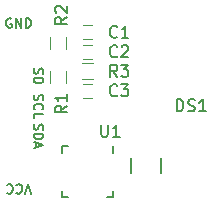
<source format=gto>
G04 #@! TF.FileFunction,Legend,Top*
%FSLAX46Y46*%
G04 Gerber Fmt 4.6, Leading zero omitted, Abs format (unit mm)*
G04 Created by KiCad (PCBNEW 4.0.7) date 08/19/18 18:09:51*
%MOMM*%
%LPD*%
G01*
G04 APERTURE LIST*
%ADD10C,0.100000*%
%ADD11C,0.150000*%
%ADD12C,0.120000*%
G04 APERTURE END LIST*
D10*
D11*
X150926667Y-114103095D02*
X150660000Y-113303095D01*
X150393333Y-114103095D01*
X149669524Y-113379286D02*
X149707619Y-113341190D01*
X149821905Y-113303095D01*
X149898095Y-113303095D01*
X150012381Y-113341190D01*
X150088572Y-113417381D01*
X150126667Y-113493571D01*
X150164762Y-113645952D01*
X150164762Y-113760238D01*
X150126667Y-113912619D01*
X150088572Y-113988810D01*
X150012381Y-114065000D01*
X149898095Y-114103095D01*
X149821905Y-114103095D01*
X149707619Y-114065000D01*
X149669524Y-114026905D01*
X148869524Y-113379286D02*
X148907619Y-113341190D01*
X149021905Y-113303095D01*
X149098095Y-113303095D01*
X149212381Y-113341190D01*
X149288572Y-113417381D01*
X149326667Y-113493571D01*
X149364762Y-113645952D01*
X149364762Y-113760238D01*
X149326667Y-113912619D01*
X149288572Y-113988810D01*
X149212381Y-114065000D01*
X149098095Y-114103095D01*
X149021905Y-114103095D01*
X148907619Y-114065000D01*
X148869524Y-114026905D01*
X151187190Y-108248572D02*
X151149095Y-108362858D01*
X151149095Y-108553334D01*
X151187190Y-108629524D01*
X151225286Y-108667620D01*
X151301476Y-108705715D01*
X151377667Y-108705715D01*
X151453857Y-108667620D01*
X151491952Y-108629524D01*
X151530048Y-108553334D01*
X151568143Y-108400953D01*
X151606238Y-108324762D01*
X151644333Y-108286667D01*
X151720524Y-108248572D01*
X151796714Y-108248572D01*
X151872905Y-108286667D01*
X151911000Y-108324762D01*
X151949095Y-108400953D01*
X151949095Y-108591429D01*
X151911000Y-108705715D01*
X151149095Y-109048572D02*
X151949095Y-109048572D01*
X151949095Y-109239048D01*
X151911000Y-109353334D01*
X151834810Y-109429525D01*
X151758619Y-109467620D01*
X151606238Y-109505715D01*
X151491952Y-109505715D01*
X151339571Y-109467620D01*
X151263381Y-109429525D01*
X151187190Y-109353334D01*
X151149095Y-109239048D01*
X151149095Y-109048572D01*
X151377667Y-109810477D02*
X151377667Y-110191429D01*
X151149095Y-109734286D02*
X151949095Y-110000953D01*
X151149095Y-110267620D01*
X149250477Y-99295000D02*
X149174286Y-99256905D01*
X149060001Y-99256905D01*
X148945715Y-99295000D01*
X148869524Y-99371190D01*
X148831429Y-99447381D01*
X148793334Y-99599762D01*
X148793334Y-99714048D01*
X148831429Y-99866429D01*
X148869524Y-99942619D01*
X148945715Y-100018810D01*
X149060001Y-100056905D01*
X149136191Y-100056905D01*
X149250477Y-100018810D01*
X149288572Y-99980714D01*
X149288572Y-99714048D01*
X149136191Y-99714048D01*
X149631429Y-100056905D02*
X149631429Y-99256905D01*
X150088572Y-100056905D01*
X150088572Y-99256905D01*
X150469524Y-100056905D02*
X150469524Y-99256905D01*
X150660000Y-99256905D01*
X150774286Y-99295000D01*
X150850477Y-99371190D01*
X150888572Y-99447381D01*
X150926667Y-99599762D01*
X150926667Y-99714048D01*
X150888572Y-99866429D01*
X150850477Y-99942619D01*
X150774286Y-100018810D01*
X150660000Y-100056905D01*
X150469524Y-100056905D01*
X151187190Y-103511429D02*
X151149095Y-103625715D01*
X151149095Y-103816191D01*
X151187190Y-103892381D01*
X151225286Y-103930477D01*
X151301476Y-103968572D01*
X151377667Y-103968572D01*
X151453857Y-103930477D01*
X151491952Y-103892381D01*
X151530048Y-103816191D01*
X151568143Y-103663810D01*
X151606238Y-103587619D01*
X151644333Y-103549524D01*
X151720524Y-103511429D01*
X151796714Y-103511429D01*
X151872905Y-103549524D01*
X151911000Y-103587619D01*
X151949095Y-103663810D01*
X151949095Y-103854286D01*
X151911000Y-103968572D01*
X151149095Y-104311429D02*
X151949095Y-104311429D01*
X151949095Y-104501905D01*
X151911000Y-104616191D01*
X151834810Y-104692382D01*
X151758619Y-104730477D01*
X151606238Y-104768572D01*
X151491952Y-104768572D01*
X151339571Y-104730477D01*
X151263381Y-104692382D01*
X151187190Y-104616191D01*
X151149095Y-104501905D01*
X151149095Y-104311429D01*
X151187190Y-105727619D02*
X151149095Y-105841905D01*
X151149095Y-106032381D01*
X151187190Y-106108571D01*
X151225286Y-106146667D01*
X151301476Y-106184762D01*
X151377667Y-106184762D01*
X151453857Y-106146667D01*
X151491952Y-106108571D01*
X151530048Y-106032381D01*
X151568143Y-105880000D01*
X151606238Y-105803809D01*
X151644333Y-105765714D01*
X151720524Y-105727619D01*
X151796714Y-105727619D01*
X151872905Y-105765714D01*
X151911000Y-105803809D01*
X151949095Y-105880000D01*
X151949095Y-106070476D01*
X151911000Y-106184762D01*
X151225286Y-106984762D02*
X151187190Y-106946667D01*
X151149095Y-106832381D01*
X151149095Y-106756191D01*
X151187190Y-106641905D01*
X151263381Y-106565714D01*
X151339571Y-106527619D01*
X151491952Y-106489524D01*
X151606238Y-106489524D01*
X151758619Y-106527619D01*
X151834810Y-106565714D01*
X151911000Y-106641905D01*
X151949095Y-106756191D01*
X151949095Y-106832381D01*
X151911000Y-106946667D01*
X151872905Y-106984762D01*
X151149095Y-107708572D02*
X151149095Y-107327619D01*
X151949095Y-107327619D01*
D12*
X156052000Y-101057000D02*
X155352000Y-101057000D01*
X155352000Y-99857000D02*
X156052000Y-99857000D01*
X156052000Y-102708000D02*
X155352000Y-102708000D01*
X155352000Y-101508000D02*
X156052000Y-101508000D01*
X156052000Y-106010000D02*
X155352000Y-106010000D01*
X155352000Y-104810000D02*
X156052000Y-104810000D01*
X152482000Y-104767000D02*
X152482000Y-103767000D01*
X153842000Y-103767000D02*
X153842000Y-104767000D01*
X152482000Y-101846000D02*
X152482000Y-100846000D01*
X153842000Y-100846000D02*
X153842000Y-101846000D01*
X156202000Y-104439000D02*
X155202000Y-104439000D01*
X155202000Y-103079000D02*
X156202000Y-103079000D01*
D11*
X157852000Y-114418000D02*
X157327000Y-114418000D01*
X153552000Y-110118000D02*
X154077000Y-110118000D01*
X153552000Y-114418000D02*
X154077000Y-114418000D01*
X157852000Y-110118000D02*
X157852000Y-110643000D01*
X153552000Y-110118000D02*
X153552000Y-110643000D01*
X153552000Y-114418000D02*
X153552000Y-113893000D01*
X157852000Y-114418000D02*
X157852000Y-113893000D01*
X161925000Y-111125000D02*
X161925000Y-112395000D01*
X159385000Y-111125000D02*
X159385000Y-112395000D01*
X158202334Y-100814143D02*
X158154715Y-100861762D01*
X158011858Y-100909381D01*
X157916620Y-100909381D01*
X157773762Y-100861762D01*
X157678524Y-100766524D01*
X157630905Y-100671286D01*
X157583286Y-100480810D01*
X157583286Y-100337952D01*
X157630905Y-100147476D01*
X157678524Y-100052238D01*
X157773762Y-99957000D01*
X157916620Y-99909381D01*
X158011858Y-99909381D01*
X158154715Y-99957000D01*
X158202334Y-100004619D01*
X159154715Y-100909381D02*
X158583286Y-100909381D01*
X158869000Y-100909381D02*
X158869000Y-99909381D01*
X158773762Y-100052238D01*
X158678524Y-100147476D01*
X158583286Y-100195095D01*
X158202334Y-102465143D02*
X158154715Y-102512762D01*
X158011858Y-102560381D01*
X157916620Y-102560381D01*
X157773762Y-102512762D01*
X157678524Y-102417524D01*
X157630905Y-102322286D01*
X157583286Y-102131810D01*
X157583286Y-101988952D01*
X157630905Y-101798476D01*
X157678524Y-101703238D01*
X157773762Y-101608000D01*
X157916620Y-101560381D01*
X158011858Y-101560381D01*
X158154715Y-101608000D01*
X158202334Y-101655619D01*
X158583286Y-101655619D02*
X158630905Y-101608000D01*
X158726143Y-101560381D01*
X158964239Y-101560381D01*
X159059477Y-101608000D01*
X159107096Y-101655619D01*
X159154715Y-101750857D01*
X159154715Y-101846095D01*
X159107096Y-101988952D01*
X158535667Y-102560381D01*
X159154715Y-102560381D01*
X158202334Y-105767143D02*
X158154715Y-105814762D01*
X158011858Y-105862381D01*
X157916620Y-105862381D01*
X157773762Y-105814762D01*
X157678524Y-105719524D01*
X157630905Y-105624286D01*
X157583286Y-105433810D01*
X157583286Y-105290952D01*
X157630905Y-105100476D01*
X157678524Y-105005238D01*
X157773762Y-104910000D01*
X157916620Y-104862381D01*
X158011858Y-104862381D01*
X158154715Y-104910000D01*
X158202334Y-104957619D01*
X158535667Y-104862381D02*
X159154715Y-104862381D01*
X158821381Y-105243333D01*
X158964239Y-105243333D01*
X159059477Y-105290952D01*
X159107096Y-105338571D01*
X159154715Y-105433810D01*
X159154715Y-105671905D01*
X159107096Y-105767143D01*
X159059477Y-105814762D01*
X158964239Y-105862381D01*
X158678524Y-105862381D01*
X158583286Y-105814762D01*
X158535667Y-105767143D01*
X153952381Y-106666666D02*
X153476190Y-107000000D01*
X153952381Y-107238095D02*
X152952381Y-107238095D01*
X152952381Y-106857142D01*
X153000000Y-106761904D01*
X153047619Y-106714285D01*
X153142857Y-106666666D01*
X153285714Y-106666666D01*
X153380952Y-106714285D01*
X153428571Y-106761904D01*
X153476190Y-106857142D01*
X153476190Y-107238095D01*
X153952381Y-105714285D02*
X153952381Y-106285714D01*
X153952381Y-106000000D02*
X152952381Y-106000000D01*
X153095238Y-106095238D01*
X153190476Y-106190476D01*
X153238095Y-106285714D01*
X153952381Y-99166666D02*
X153476190Y-99500000D01*
X153952381Y-99738095D02*
X152952381Y-99738095D01*
X152952381Y-99357142D01*
X153000000Y-99261904D01*
X153047619Y-99214285D01*
X153142857Y-99166666D01*
X153285714Y-99166666D01*
X153380952Y-99214285D01*
X153428571Y-99261904D01*
X153476190Y-99357142D01*
X153476190Y-99738095D01*
X153047619Y-98785714D02*
X153000000Y-98738095D01*
X152952381Y-98642857D01*
X152952381Y-98404761D01*
X153000000Y-98309523D01*
X153047619Y-98261904D01*
X153142857Y-98214285D01*
X153238095Y-98214285D01*
X153380952Y-98261904D01*
X153952381Y-98833333D01*
X153952381Y-98214285D01*
X158202334Y-104211381D02*
X157869000Y-103735190D01*
X157630905Y-104211381D02*
X157630905Y-103211381D01*
X158011858Y-103211381D01*
X158107096Y-103259000D01*
X158154715Y-103306619D01*
X158202334Y-103401857D01*
X158202334Y-103544714D01*
X158154715Y-103639952D01*
X158107096Y-103687571D01*
X158011858Y-103735190D01*
X157630905Y-103735190D01*
X158535667Y-103211381D02*
X159154715Y-103211381D01*
X158821381Y-103592333D01*
X158964239Y-103592333D01*
X159059477Y-103639952D01*
X159107096Y-103687571D01*
X159154715Y-103782810D01*
X159154715Y-104020905D01*
X159107096Y-104116143D01*
X159059477Y-104163762D01*
X158964239Y-104211381D01*
X158678524Y-104211381D01*
X158583286Y-104163762D01*
X158535667Y-104116143D01*
X156845095Y-108291381D02*
X156845095Y-109100905D01*
X156892714Y-109196143D01*
X156940333Y-109243762D01*
X157035571Y-109291381D01*
X157226048Y-109291381D01*
X157321286Y-109243762D01*
X157368905Y-109196143D01*
X157416524Y-109100905D01*
X157416524Y-108291381D01*
X158416524Y-109291381D02*
X157845095Y-109291381D01*
X158130809Y-109291381D02*
X158130809Y-108291381D01*
X158035571Y-108434238D01*
X157940333Y-108529476D01*
X157845095Y-108577095D01*
X163250714Y-107132381D02*
X163250714Y-106132381D01*
X163488809Y-106132381D01*
X163631667Y-106180000D01*
X163726905Y-106275238D01*
X163774524Y-106370476D01*
X163822143Y-106560952D01*
X163822143Y-106703810D01*
X163774524Y-106894286D01*
X163726905Y-106989524D01*
X163631667Y-107084762D01*
X163488809Y-107132381D01*
X163250714Y-107132381D01*
X164203095Y-107084762D02*
X164345952Y-107132381D01*
X164584048Y-107132381D01*
X164679286Y-107084762D01*
X164726905Y-107037143D01*
X164774524Y-106941905D01*
X164774524Y-106846667D01*
X164726905Y-106751429D01*
X164679286Y-106703810D01*
X164584048Y-106656190D01*
X164393571Y-106608571D01*
X164298333Y-106560952D01*
X164250714Y-106513333D01*
X164203095Y-106418095D01*
X164203095Y-106322857D01*
X164250714Y-106227619D01*
X164298333Y-106180000D01*
X164393571Y-106132381D01*
X164631667Y-106132381D01*
X164774524Y-106180000D01*
X165726905Y-107132381D02*
X165155476Y-107132381D01*
X165441190Y-107132381D02*
X165441190Y-106132381D01*
X165345952Y-106275238D01*
X165250714Y-106370476D01*
X165155476Y-106418095D01*
M02*

</source>
